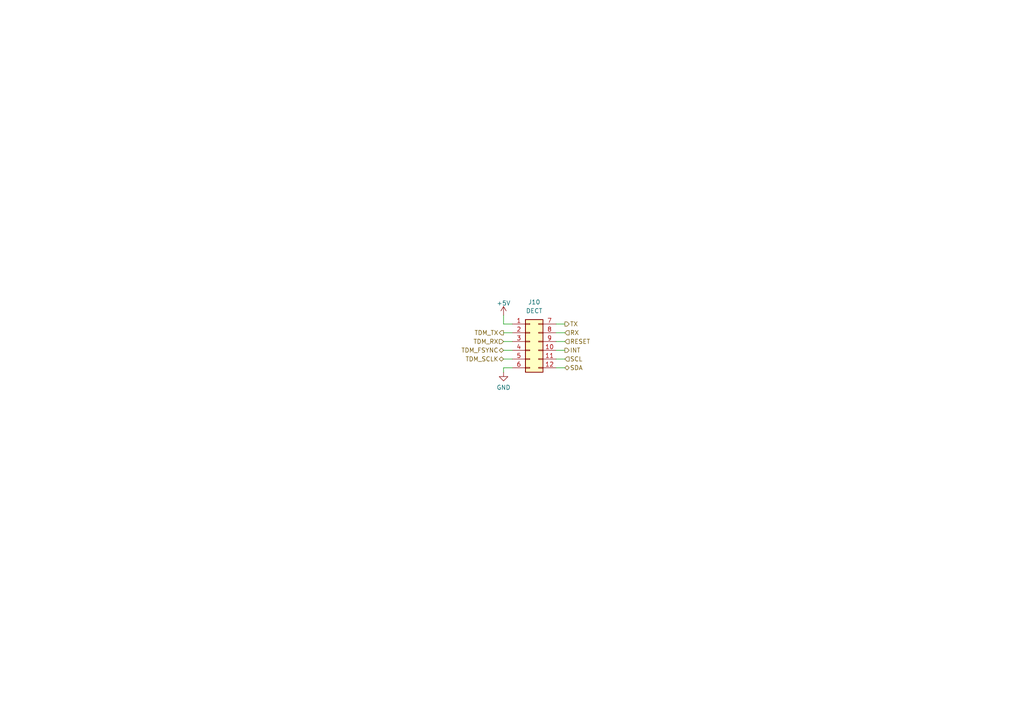
<source format=kicad_sch>
(kicad_sch (version 20231120) (generator "eeschema") (generator_version "8.0")
  (paper "A4")
  (lib_symbols
    (symbol "Connector_Generic:Conn_02x06_Top_Bottom" (pin_names (offset 1.016) hide)
      (property "Reference" "J" (at 1.27 7.62 0))
      (property "Value" "Conn_02x06_Top_Bottom" (at 1.27 -10.16 0))
      (symbol "Conn_02x06_Top_Bottom_1_1"
        (rectangle (start -1.27 -7.493) (end 0 -7.747) (stroke (width 0.1524)))
        (rectangle (start -1.27 -4.953) (end 0 -5.207) (stroke (width 0.1524)))
        (rectangle (start -1.27 -2.413) (end 0 -2.667) (stroke (width 0.1524)))
        (rectangle (start -1.27 0.127) (end 0 -0.127) (stroke (width 0.1524)))
        (rectangle (start -1.27 2.667) (end 0 2.413) (stroke (width 0.1524)))
        (rectangle (start -1.27 5.207) (end 0 4.953) (stroke (width 0.1524)))
        (rectangle (start -1.27 6.35) (end 3.81 -8.89) (stroke (width 0.254)) (fill (type background)))
        (rectangle (start 3.81 -7.493) (end 2.54 -7.747) (stroke (width 0.1524)))
        (rectangle (start 3.81 -4.953) (end 2.54 -5.207) (stroke (width 0.1524)))
        (rectangle (start 3.81 -2.413) (end 2.54 -2.667) (stroke (width 0.1524)))
        (rectangle (start 3.81 0.127) (end 2.54 -0.127) (stroke (width 0.1524)))
        (rectangle (start 3.81 2.667) (end 2.54 2.413) (stroke (width 0.1524)))
        (rectangle (start 3.81 5.207) (end 2.54 4.953) (stroke (width 0.1524)))
        (pin passive line (at -5.08 5.08 0) (length 3.81) (name "Pin_1") (number "1"))
        (pin passive line (at 7.62 -2.54 180) (length 3.81) (name "Pin_10") (number "10"))
        (pin passive line (at 7.62 -5.08 180) (length 3.81) (name "Pin_11") (number "11"))
        (pin passive line (at 7.62 -7.62 180) (length 3.81) (name "Pin_12") (number "12"))
        (pin passive line (at -5.08 2.54 0) (length 3.81) (name "Pin_2") (number "2"))
        (pin passive line (at -5.08 0 0) (length 3.81) (name "Pin_3") (number "3"))
        (pin passive line (at -5.08 -2.54 0) (length 3.81) (name "Pin_4") (number "4"))
        (pin passive line (at -5.08 -5.08 0) (length 3.81) (name "Pin_5") (number "5"))
        (pin passive line (at -5.08 -7.62 0) (length 3.81) (name "Pin_6") (number "6"))
        (pin passive line (at 7.62 5.08 180) (length 3.81) (name "Pin_7") (number "7"))
        (pin passive line (at 7.62 2.54 180) (length 3.81) (name "Pin_8") (number "8"))
        (pin passive line (at 7.62 0 180) (length 3.81) (name "Pin_9") (number "9"))
      )
    )
    (symbol "power:+5V" (power) (pin_names (offset 0))
      (property "Value" "+5V" (at 0 3.556 0))
      (symbol "+5V_0_1"
        (polyline (pts (xy -0.762 1.27) (xy 0 2.54)))
        (polyline (pts (xy 0 0) (xy 0 2.54)))
        (polyline (pts (xy 0 2.54) (xy 0.762 1.27)))
      )
      (symbol "+5V_1_1"
        (pin power_in line (at 0 0 90) (length 0) hide (name "+5V") (number "1"))
      )
    )
    (symbol "power:GND" (power) (pin_names (offset 0))
      (property "Value" "GND" (at 0 -3.81 0))
      (symbol "GND_0_1"
        (polyline (pts (xy 0 0) (xy 0 -1.27) (xy 1.27 -1.27) (xy 0 -2.54) (xy -1.27 -1.27) (xy 0 -1.27)))
      )
      (symbol "GND_1_1"
        (pin power_in line (at 0 0 270) (length 0) hide (name "GND") (number "1"))
      )
    )
  )
  (wire (pts (xy 161.29 106.68) (xy 163.83 106.68)))
  (wire (pts (xy 146.05 106.68) (xy 148.59 106.68)))
  (wire (pts (xy 146.05 104.14) (xy 148.59 104.14)))
  (wire (pts (xy 146.05 101.6) (xy 148.59 101.6)))
  (wire (pts (xy 146.05 99.06) (xy 148.59 99.06)))
  (wire (pts (xy 161.29 104.14) (xy 163.83 104.14)))
  (wire (pts (xy 163.83 96.52) (xy 161.29 96.52)))
  (wire (pts (xy 163.83 99.06) (xy 161.29 99.06)))
  (wire (pts (xy 146.05 93.98) (xy 148.59 93.98)))
  (wire (pts (xy 146.05 91.44) (xy 146.05 93.98)))
  (wire (pts (xy 146.05 96.52) (xy 148.59 96.52)))
  (wire (pts (xy 163.83 101.6) (xy 161.29 101.6)))
  (wire (pts (xy 146.05 107.95) (xy 146.05 106.68)))
  (wire (pts (xy 163.83 93.98) (xy 161.29 93.98)))
  (hierarchical_label "SCL" (shape input) (at 163.83 104.14 0))
  (hierarchical_label "INT" (shape output) (at 163.83 101.6 0))
  (hierarchical_label "TDM_RX" (shape input) (at 146.05 99.06 180))
  (hierarchical_label "SDA" (shape bidirectional) (at 163.83 106.68 0))
  (hierarchical_label "TDM_SCLK" (shape bidirectional) (at 146.05 104.14 180))
  (hierarchical_label "TX" (shape output) (at 163.83 93.98 0))
  (hierarchical_label "TDM_FSYNC" (shape bidirectional) (at 146.05 101.6 180))
  (hierarchical_label "TDM_TX" (shape output) (at 146.05 96.52 180))
  (hierarchical_label "RX" (shape input) (at 163.83 96.52 0))
  (hierarchical_label "RESET" (shape input) (at 163.83 99.06 0))
  (symbol (lib_id "power:+5V") (at 146.05 91.44 0) (unit 1)
    (property "Reference" "#PWR034" (effects (hide yes)))
    (property "Value" "+5V" (at 146.05 87.9381 0))
  )
  (symbol (lib_id "Connector_Generic:Conn_02x06_Top_Bottom") (at 153.67 99.06 0) (unit 1)
    (property "Reference" "J10" (at 154.94 87.63 0))
    (property "Value" "DECT" (at 154.94 90.17 0))
    (property "Footprint" "Library:DectModule" (effects (hide yes)))
    (property "Description" "Generic connector, double row, 02x06, top/bottom pin numbering scheme (row 1: 1...pins_per_row, row2: pins_per_row+1 ... num_pins), script generated (kicad-library-utils/schlib/autogen/connector/)" (effects (hide yes)))
  )
  (symbol (lib_id "power:GND") (at 146.05 107.95 0) (unit 1)
    (property "Reference" "#PWR033" (effects (hide yes)))
    (property "Value" "GND" (at 146.05 112.3934 0))
  )
)
</source>
